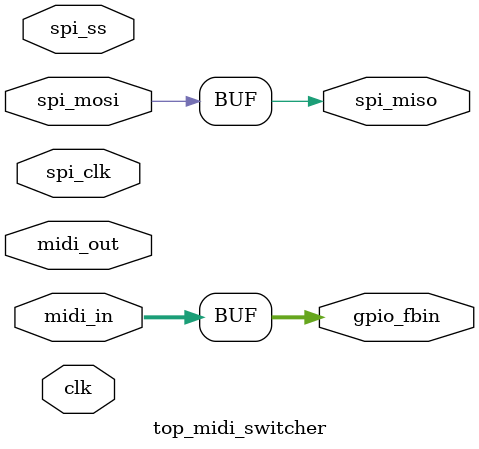
<source format=v>
/**********************************************************************
 * midi_switcher
 *
 * Author: Korwin Anderson
 * Date: 2018-02-03
 * Version: 0
 *
 * Description
 * This top-level Verilog module implements the MIDI switcher.
 * SPI configuration is assumed to be working, otherwise CDONE won't assert.
 * This maps the inputs to FBIN for processing by the MCU.
 *
 * Pin descriptions
 *   clk: main clock, derived from MCU oscillator
 *   gpio_bin: 16 GPIO pins, all set to inputs to keep in high impedance
 *   gpio_fbin: 4 GPIO pins
 *   spi_clk: SPI clock
 *   spi_miso: SPI slave output
 *   spi_mosi: SPI slave input
 *   spi_ss: SPI SS
 *
 * elaboration of pins:
 *   Pin26: DO-3: BIN8: MIDI output 1
 *   Pin27: DO-4: BIN14: MIDI output 2
 *   Pin28: DO-1: BIN9: MIDI output 3
 *   Pin29: DO-2: BIN15: MIDI output 4
 *   Pin30: DI-3: BIN10: MIDI input 3
 *   Pin33: DI-4: BIN16: MIDI input 4
 *   Pin34: DI-1: BIN11: MIDI input 1
 *   Pin36: DI-2: BIN17: MIDI input 2
 *
 * History
 * Version    Revision    Notes
 * 0.0        0.0         Test version to facilitate board bring up
 *********************************************************************/
module top_midi_switcher(
    clk,
    midi_in,
    midi_out,
    gpio_fbin,
    spi_clk,
    spi_miso,
    spi_mosi,
    spi_ss,
);

/* 41 outputs */
input  wire clk;
input  wire [3:0] midi_in;
input  wire [3:0] midi_out;
output wire [3:0] gpio_fbin;
input  wire spi_clk;
output wire spi_miso;
input  wire spi_mosi;
input  wire spi_ss;

assign gpio_fbin[0] = midi_in[0];
assign gpio_fbin[1] = midi_in[1];
assign gpio_fbin[2] = midi_in[2];
assign gpio_fbin[3] = midi_in[3];

assign spi_miso = spi_mosi;

endmodule


</source>
